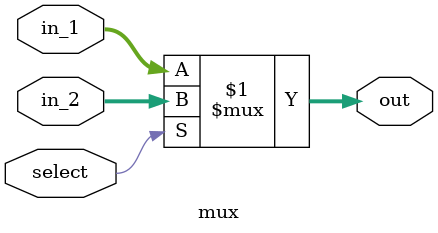
<source format=v>
`timescale 1ns / 1ps
module mux(
	in_1,
	in_2,
	select,
	out
    );

input [4:0] in_1;
input [4:0]in_2;
input select;
output [4:0] out;

assign out = (select) ? in_2 : in_1;

endmodule

</source>
